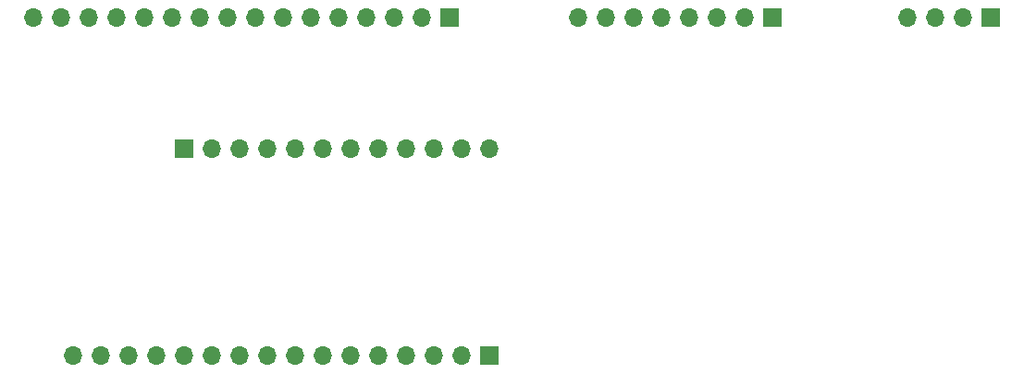
<source format=gbr>
%TF.GenerationSoftware,KiCad,Pcbnew,(6.0.1)*%
%TF.CreationDate,2023-01-23T14:34:39-05:00*%
%TF.ProjectId,blu_model_m,626c755f-6d6f-4646-956c-5f6d2e6b6963,rev?*%
%TF.SameCoordinates,PX2719c40PY3fe56c0*%
%TF.FileFunction,Soldermask,Bot*%
%TF.FilePolarity,Negative*%
%FSLAX46Y46*%
G04 Gerber Fmt 4.6, Leading zero omitted, Abs format (unit mm)*
G04 Created by KiCad (PCBNEW (6.0.1)) date 2023-01-23 14:34:39*
%MOMM*%
%LPD*%
G01*
G04 APERTURE LIST*
%ADD10R,1.700000X1.700000*%
%ADD11O,1.700000X1.700000*%
G04 APERTURE END LIST*
D10*
%TO.C,JP1*%
X19000000Y-16000000D03*
D11*
X21540000Y-16000000D03*
X24080000Y-16000000D03*
X26620000Y-16000000D03*
X29160000Y-16000000D03*
X31700000Y-16000000D03*
X34240000Y-16000000D03*
X36780000Y-16000000D03*
X39320000Y-16000000D03*
X41860000Y-16000000D03*
X44400000Y-16000000D03*
X46940000Y-16000000D03*
%TD*%
%TO.C,JP2*%
X8800000Y-35000000D03*
X11340000Y-35000000D03*
X13880000Y-35000000D03*
X16420000Y-35000000D03*
X18960000Y-35000000D03*
X21500000Y-35000000D03*
X24040000Y-35000000D03*
X26580000Y-35000000D03*
X29120000Y-35000000D03*
X31660000Y-35000000D03*
X34200000Y-35000000D03*
X36740000Y-35000000D03*
X39280000Y-35000000D03*
X41820000Y-35000000D03*
X44360000Y-35000000D03*
D10*
X46900000Y-35000000D03*
%TD*%
%TO.C,J3*%
X92800000Y-4025000D03*
D11*
X90260000Y-4025000D03*
X87720000Y-4025000D03*
X85180000Y-4025000D03*
%TD*%
D10*
%TO.C,J2*%
X72875000Y-4025000D03*
D11*
X70335000Y-4025000D03*
X67795000Y-4025000D03*
X65255000Y-4025000D03*
X62715000Y-4025000D03*
X60175000Y-4025000D03*
X57635000Y-4025000D03*
X55095000Y-4025000D03*
%TD*%
D10*
%TO.C,J1*%
X43320000Y-4000000D03*
D11*
X40780000Y-4000000D03*
X38240000Y-4000000D03*
X35700000Y-4000000D03*
X33160000Y-4000000D03*
X30620000Y-4000000D03*
X28080000Y-4000000D03*
X25540000Y-4000000D03*
X23000000Y-4000000D03*
X20460000Y-4000000D03*
X17920000Y-4000000D03*
X15380000Y-4000000D03*
X12840000Y-4000000D03*
X10300000Y-4000000D03*
X7760000Y-4000000D03*
X5220000Y-4000000D03*
%TD*%
M02*

</source>
